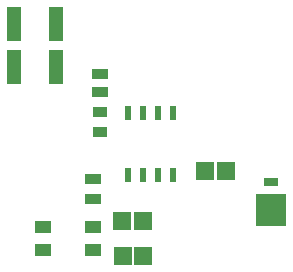
<source format=gtp>
G04*
G04 #@! TF.GenerationSoftware,Altium Limited,Altium Designer,22.3.1 (43)*
G04*
G04 Layer_Color=8421504*
%FSLAX25Y25*%
%MOIN*%
G70*
G04*
G04 #@! TF.SameCoordinates,F80411C8-1A31-43C8-AF9B-28CD4ED9FA2C*
G04*
G04*
G04 #@! TF.FilePolarity,Positive*
G04*
G01*
G75*
G04:AMPARAMS|DCode=14|XSize=21.65mil|YSize=49.21mil|CornerRadius=1.95mil|HoleSize=0mil|Usage=FLASHONLY|Rotation=0.000|XOffset=0mil|YOffset=0mil|HoleType=Round|Shape=RoundedRectangle|*
%AMROUNDEDRECTD14*
21,1,0.02165,0.04532,0,0,0.0*
21,1,0.01776,0.04921,0,0,0.0*
1,1,0.00390,0.00888,-0.02266*
1,1,0.00390,-0.00888,-0.02266*
1,1,0.00390,-0.00888,0.02266*
1,1,0.00390,0.00888,0.02266*
%
%ADD14ROUNDEDRECTD14*%
%ADD15R,0.05315X0.03347*%
%ADD16R,0.05709X0.03937*%
%ADD17R,0.10000X0.10512*%
%ADD18R,0.05000X0.03000*%
%ADD19R,0.05315X0.03740*%
%ADD20R,0.05118X0.03347*%
%ADD21R,0.05924X0.06127*%
%ADD22R,0.04540X0.11434*%
%ADD23R,0.06213X0.06127*%
D14*
X88209Y84744D02*
D03*
X83209D02*
D03*
X78209D02*
D03*
X73209D02*
D03*
X88209Y64075D02*
D03*
X83209D02*
D03*
X78209D02*
D03*
X73209D02*
D03*
D15*
X61417Y62697D02*
D03*
Y56201D02*
D03*
D16*
X44882Y46654D02*
D03*
Y39173D02*
D03*
X61417D02*
D03*
Y46654D02*
D03*
D17*
X120866Y52362D02*
D03*
D18*
Y61618D02*
D03*
D19*
X63779Y91831D02*
D03*
Y97933D02*
D03*
D20*
Y78543D02*
D03*
Y85236D02*
D03*
D21*
X105909Y65354D02*
D03*
X98816D02*
D03*
X71257Y48819D02*
D03*
X78350D02*
D03*
D22*
X49114Y114567D02*
D03*
X35138D02*
D03*
X49114Y100000D02*
D03*
X35138D02*
D03*
D23*
X78205Y37008D02*
D03*
X71401D02*
D03*
M02*

</source>
